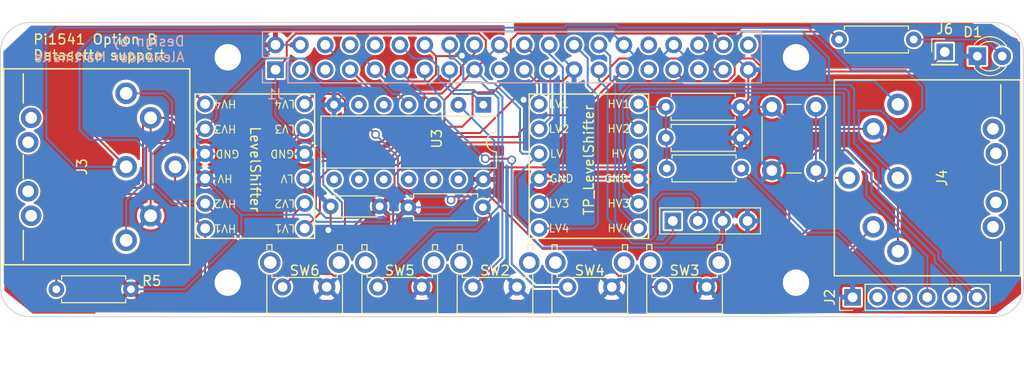
<source format=kicad_pcb>
(kicad_pcb (version 20221018) (generator pcbnew)
  (title_block (date "15 nov 2012"))
  (layers (0 "F.Cu" signal) (31 "B.Cu" signal) (34 "B.Paste" user) (35 "F.Paste" user) (36 "B.SilkS" user "B.Silkscreen") (37 "F.SilkS" user "F.Silkscreen") (38 "B.Mask" user) (39 "F.Mask" user) (44 "Edge.Cuts" user))
  (net 0 "")
  (net 1 "GND")
  (net 2 "/GPIO2{slash}SDA1")
  (net 3 "/GPIO3{slash}SCL1")
  (net 4 "/GPIO4{slash}GPCLK0")
  (net 5 "/GPIO14{slash}TXD0")
  (net 6 "/GPIO15{slash}RXD0")
  (net 7 "Net-(D1-A)")
  (net 8 "CLK_BD")
  (net 9 "/GPIO27")
  (net 10 "/GPIO22")
  (net 11 "/GPIO23")
  (net 12 "DATA_BD")
  (net 13 "ATN_IN")
  (net 14 "/GPIO10{slash}SPI0.MOSI")
  (net 15 "DATA_IN")
  (net 16 "TP_WRITE_3V")
  (net 17 "TP_SENSE_3V")
  (net 18 "I2C0_SDA")
  (net 19 "I2C0_SCL")
  (net 20 "/GPIO5")
  (net 21 "/GPIO6")
  (net 22 "/GPIO12{slash}PWM0")
  (net 23 "/GPIO13{slash}PWM1")
  (net 24 "SRQ_BD")
  (net 25 "/GPIO16")
  (net 26 "CLK_IN")
  (net 27 "RESET_IN")
  (net 28 "+5V")
  (net 29 "+3V3")
  (net 30 "SRQ_IN")
  (net 32 "TP_READ_5V")
  (net 33 "TP_WRITE_5V")
  (net 34 "TP_SENSE_5V")
  (net 35 "SRQ")
  (net 36 "ATN")
  (net 37 "CLK")
  (net 38 "DATA")
  (net 39 "RESET")
  (net 40 "TP_MOTOR_6V")
  (net 41 "TP_MOTOR_3V")
  (net 42 "TP_READ_3V")
  (net 43 "Net-(J2-Pin_3)")
  (footprint "Resistor_THT:R_Axial_DIN0207_L6.3mm_D2.5mm_P7.62mm_Horizontal" (layer "F.Cu") (at 121.931725 88.813509)
    (fp_text reference "R4" hide)
    (fp_text value "1k")
  )
  (footprint "Resistor_THT:R_Axial_DIN0207_L6.3mm_D2.5mm_P7.62mm_Horizontal" (layer "F.Cu") (at 165.898163 71.683844)
    (fp_text reference "R6" hide)
    (fp_text value "220")
  )
  (footprint "MountingHole:MountingHole_2.7mm_M2.5" (layer "F.Cu") (at 161.5 73.5)
    (fp_text reference "MH2" hide)
    (fp_text value "MountingHole_2.7mm_M2.5" hide)
  )
  (footprint "Resistor_THT:R_Axial_DIN0207_L6.3mm_D2.5mm_P7.62mm_Horizontal" (layer "F.Cu") (at 148.209999 78.55742)
    (fp_text reference "R1" hide)
    (fp_text value "1K")
  )
  (footprint "Connector_PinHeader_2.54mm:PinHeader_1x01_P2.54mm_Vertical" (layer "F.Cu") (at 176.682871 72.952633)
    (fp_text reference "J6")
    (fp_text value "ExtSpkr")
  )
  (footprint "Package_DIP:DIP-14_W7.62mm" (layer "F.Cu") (at 129.583916 78.344987 -90)
    (fp_text reference "U3")
    (fp_text value "7406")
  )
  (footprint "importedprints:Socket_Strip_Straight_1x04_Pitch2.54mm" (layer "F.Cu") (at 148.928628 90.2022 90)
    (fp_text reference "J5" hide)
    (fp_text value "I2C" hide)
  )
  (footprint "importedprints:LED_D3.0mm" (layer "F.Cu") (at 180.011021 73.38878)
    (fp_text reference "D1")
    (fp_text value "ACT")
  )
  (footprint "importedprints:SW_Tactile_SPST_Angled_PTS645Vx83-2LFS" (layer "F.Cu") (at 133.02579 96.943487 180)
    (fp_text reference "SW2")
    (fp_text value "Next_Btn")
  )
  (footprint "importedprints:DIN-6-Variable" (layer "F.Cu") (at 93.126789 84.67717 90)
    (fp_text reference "J3")
    (fp_text value "IEC1")
  )
  (footprint "importedprints:SW_Tactile_SPST_Angled_PTS645Vx83-2LFS" (layer "F.Cu") (at 123.303633 96.943487 180)
    (fp_text reference "SW5")
    (fp_text value "Prev_Btn")
  )
  (footprint "importedprints:SW_Tactile_SPST_Angled_PTS645Vx83-2LFS" (layer "F.Cu") (at 113.597456 96.943487 180)
    (fp_text reference "SW6")
    (fp_text value "Insert_Btn")
  )
  (footprint "importedprints:DIN-6-Variable" (layer "F.Cu") (at 171.903593 85.807085 -90)
    (fp_text reference "J4")
    (fp_text value "IEC2")
  )
  (footprint "MountingHole:MountingHole_2.7mm_M2.5" (layer "F.Cu") (at 103.5 96.5)
    (fp_text reference "MH3" hide)
    (fp_text value "MountingHole_2.7mm_M2.5" hide)
  )
  (footprint "MountingHole:MountingHole_2.7mm_M2.5" (layer "F.Cu") (at 103.5 73.5)
    (fp_text reference "MH1" hide)
    (fp_text value "MountingHole_2.7mm_M2.5" hide)
  )
  (footprint "importedprints:SW_Tactile_SPST_Angled_PTS645Vx83-2LFS" (layer "F.Cu") (at 142.700308 96.943487 180)
    (fp_text reference "SW4")
    (fp_text value "Select_Btn")
  )
  (footprint "Capacitor_THT:C_Disc_D4.3mm_W1.9mm_P5.00mm" (layer "F.Cu") (at 119.001414 88.718982 180)
    (fp_text reference "C1" hide)
    (fp_text value "100n")
  )
  (footprint "importedprints:LevelShifterModule4CH" (layer "F.Cu") (at 140.358937 85.885688)
    (fp_text reference "U1" hide)
    (fp_text value "TP_LevelShifter")
  )
  (footprint "importedprints:LevelShifterModule4CH" (layer "F.Cu") (at 106.265072 83.340845 180)
    (fp_text reference "U2" hide)
    (fp_text value "LevelShifter")
  )
  (footprint "MountingHole:MountingHole_2.7mm_M2.5" (layer "F.Cu") (at 161.5 96.5)
    (fp_text reference "MH4" hide)
    (fp_text value "MountingHole_2.7mm_M2.5" hide)
  )
  (footprint "Connector_PinHeader_2.54mm:PinHeader_1x06_P2.54mm_Vertical" (layer "F.Cu") (at 167.278634 97.995524 90)
    (fp_text reference "J2")
    (fp_text value "TP_PORT_C64")
  )
  (footprint "Resistor_THT:R_Axial_DIN0207_L6.3mm_D2.5mm_P7.62mm_Horizontal" (layer "F.Cu") (at 148.209999 81.724046)
    (fp_text reference "R2" hide)
    (fp_text value "4.7K")
  )
  (footprint "Resistor_THT:R_Axial_DIN0207_L6.3mm_D2.5mm_P7.62mm_Horizontal" (layer "F.Cu") (at 155.924525 84.84341 180)
    (fp_text reference "R3" hide)
    (fp_text value "220")
  )
  (footprint "importedprints:SW_Tactile_SPST_Angled_PTS645Vx83-2LFS" (layer "F.Cu") (at 152.374825 96.943487 180)
    (fp_text reference "SW3")
    (fp_text value "Exit_Btn")
  )
  (footprint "Resistor_THT:R_Axial_DIN0207_L6.3mm_D2.5mm_P7.62mm_Horizontal" (layer "F.Cu") (at 93.621139 97.179074 180)
    (fp_text reference "R5")
    (fp_text value "1k")
  )
  (footprint "Button_Switch_THT:SW_PUSH_6mm" (layer "F.Cu") (at 163.533245 78.55742 -90)
    (fp_text reference "SW1" hide)
    (fp_text value "Reset")
  )
  (footprint "Connector_PinSocket_2.54mm:PinSocket_2x20_P2.54mm_Vertical" (layer "B.Cu") (at 108.37 74.77 -90)
    (fp_text reference "J1")
    (fp_text value "GPIO")
  )
  (gr_arc (start 181.704432 69.957121) (mid 183.825742 70.835807) (end 184.704432 72.957121) (stroke (width 0.1)) (layer "Edge.Cuts"))
  (gr_line (start 184.707973 96.979054) (end 184.704432 72.957121) (stroke (width 0.1)) (layer "Edge.Cuts"))
  (gr_line (start 80.301198 72.953131) (end 80.304241 96.977867) (stroke (width 0.1)) (layer "Edge.Cuts"))
  (gr_arc (start 83.304241 99.977867) (mid 81.182944 99.099181) (end 80.304241 96.977867) (stroke (width 0.1)) (layer "Edge.Cuts"))
  (gr_line (start 83.304241 99.977867) (end 181.707973 99.979054) (stroke (width 0.1)) (layer "Edge.Cuts"))
  (gr_arc (start 184.707973 96.979054) (mid 183.829296 99.100384) (end 181.707973 99.979054) (stroke (width 0.1)) (layer "Edge.Cuts"))
  (gr_arc (start 80.301198 72.953131) (mid 81.179886 70.831824) (end 83.301198 69.953131) (stroke (width 0.1)) (layer "Edge.Cuts"))
  (gr_line (start 181.704432 69.957121) (end 83.301198 69.953131) (stroke (width 0.1)) (layer "Edge.Cuts"))
  (gr_text "Design by\nAlexander Martinelle" (at 99.187396 74.067977) (layer "B.SilkS") (effects (font (size 1 1)) (justify left bottom mirror)))
  (gr_text "Pi1541 Option B\nDatasette support" (at 83.56321 73.869196) (layer "F.SilkS") (effects (font (size 1 1)) (justify left bottom)))
  (segment (start 124.76 73.38) (end 124.76 75.246346) (width 0.2) (layer "F.Cu") (net 1))
  (segment (start 133.696137 77.340656) (end 133.696137 77.834925) (width 0.2) (layer "F.Cu") (net 1))
  (segment (start 114.001414 90.89265) (end 114.001414 88.718982) (width 0.2) (layer "F.Cu") (net 1))
  (segment (start 135.278937 85.885688) (end 145.438937 85.885688) (width 0.2) (layer "F.Cu") (net 1))
  (segment (start 113.764664 91.1294) (end 114.001414 90.89265) (width 0.2) (layer "F.Cu") (net 1))
  (segment (start 135.116793 75.92) (end 133.696137 77.340656) (width 0.2) (layer "F.Cu") (net 1))
  (segment (start 95.626789 82.929748) (end 96.311994 82.244543) (width 0.2) (layer "F.Cu") (net 1))
  (segment (start 127.354913 73.38) (end 124.76 73.38) (width 0.2) (layer "F.Cu") (net 1))
  (segment (start 124.76 75.246346) (end 124.048396 75.95795) (width 0.2) (layer "F.Cu") (net 1))
  (segment (start 156.63 77.757419) (end 155.829999 78.55742) (width 0.2) (layer "F.Cu") (net 1))
  (segment (start 114.343916 80.342001) (end 114.343916 78.344987) (width 0.2) (layer "F.Cu") (net 1))
  (segment (start 95.626789 89.67717) (end 95.626789 82.929748) (width 0.2) (layer "F.Cu") (net 1))
  (segment (start 137.7 75.92) (end 135.116793 75.92) (width 0.2) (layer "F.Cu") (net 1))
  (segment (start 138.85 74.77) (end 137.7 75.92) (width 0.2) (layer "F.Cu") (net 1))
  (segment (start 124.048396 75.95795) (end 119.71795 75.95795) (width 0.2) (layer "F.Cu") (net 1))
  (segment (start 156.63 74.77) (end 156.63 77.757419) (width 0.2) (layer "F.Cu") (net 1))
  (segment (start 169.403593 80.807085) (end 161.28291 80.807085) (width 0.2) (layer "F.Cu") (net 1))
  (segment (start 123.61 72.23) (end 124.76 73.38) (width 0.2) (layer "F.Cu") (net 1))
  (segment (start 127.400607 73.334306) (end 127.354913 73.38) (width 0.2) (layer "F.Cu") (net 1))
  (segment (start 96.311994 82.244543) (end 100.08877 82.244543) (width 0.2) (layer "F.Cu") (net 1))
  (segment (start 119.71795 75.95795) (end 118.53 74.77) (width 0.2) (layer "F.Cu") (net 1))
  (segment (start 111.345072 83.340845) (end 114.343916 80.342001) (width 0.2) (layer "F.Cu") (net 1))
  (segment (start 100.08877 82.244543) (end 101.185072 83.340845) (width 0.2) (layer "F.Cu") (net 1))
  (segment (start 161.28291 80.807085) (end 159.033245 78.55742) (width 0.2) (layer "F.Cu") (net 1))
  (via (at 113.764664 91.1294) (size 0.9) (drill 0.6) (layers "F.Cu" "B.Cu") (net 1))
  (via (at 133.696137 77.834925) (size 0.9) (drill 0.6) (layers "F.Cu" "B.Cu") (net 1))
  (via (at 127.400607 73.334306) (size 0.9) (drill 0.6) (layers "F.Cu" "B.Cu") (net 1))
  (segment (start 167.278634 97.995524) (end 153.426862 97.995524) (width 0.2) (layer "B.Cu") (net 1))
  (segment (start 135.740766 89.590205) (end 133.923216 89.590205) (width 0.2) (layer "B.Cu") (net 1))
  (segment (start 118.323916 77.889352) (end 118.323916 78.800622) (width 0.2) (layer "B.Cu") (net 1))
  (segment (start 155.829999 81.724046) (end 155.829999 78.55742) (width 0.2) (layer "B.Cu") (net 1))
  (segment (start 129.84 73.62) (end 127.686301 73.62) (width 0.2) (layer "B.Cu") (net 1))
  (segment (start 159.033245 85.05742) (end 155.829999 81.854174) (width 0.2) (layer "B.Cu") (net 1))
  (segment (start 115.443916 77.244987) (end 117.679551 77.244987) (width 0.2) (layer "B.Cu") (net 1))
  (segment (start 155.48 73.62) (end 156.63 74.77) (width 0.2) (layer "B.Cu") (net 1))
  (segment (start 123.303633 96.943487) (end 124.478633 98.118487) (width 0.2) (layer "B.Cu") (net 1))
  (segment (start 170.44271 81.846202) (end 178.563571 81.846202) (width 0.2) (layer "B.Cu") (net 1))
  (segment (start 114.001414 88.718982) (end 112.495072 87.21264) (width 0.2) (layer "B.Cu") (net 1))
  (segment (start 131.23 72.23) (end 132.62 73.62) (width 0.2) (layer "B.Cu") (net 1))
  (segment (start 147.62 73.62) (end 149.01 72.23) (width 0.2) (layer "B.Cu") (net 1))
  (segment (start 169.403593 80.807085) (end 170.44271 81.846202) (width 0.2) (layer "B.Cu") (net 1))
  (segment (start 118.323916 78.800622) (end 118.968281 79.444987) (width 0.2) (layer "B.Cu") (net 1))
  (segment (start 149.01 72.23) (end 150.4 73.62) (width 0.2) (layer "B.Cu") (net 1))
  (segment (start 131.23 72.23) (end 129.84 73.62) (width 0.2) (layer "B.Cu") (net 1))
  (segment (start 118.53 74.77) (end 117.38 73.62) (width 0.2) (layer "B.Cu") (net 1))
  (segment (start 143.875308 98.118487) (end 151.199825 98.118487) (width 0.2) (layer "B.Cu") (net 1))
  (segment (start 120.470845 76.710845) (end 118.53 74.77) (width 0.2) (layer "B.Cu") (net 1))
  (segment (start 142.700308 96.943487) (end 143.875308 98.118487) (width 0.2) (layer "B.Cu") (net 1))
  (segment (start 143.93 72.23) (end 145.32 73.62) (width 0.2) (layer "B.Cu") (net 1))
  (segment (start 118.968281 79.444987) (end 122.46205 79.444987) (width 0.2) (layer "B.Cu") (net 1))
  (segment (start 155.829999 81.854174) (end 155.829999 81.724046) (width 0.2) (layer "B.Cu") (net 1))
  (segment (start 112.722457 92.171607) (end 113.764664 91.1294) (width 0.2) (layer "B.Cu") (net 1))
  (segment (start 141.519459 98.124336) (end 142.700308 96.943487) (width 0.2) (layer "B.Cu") (net 1))
  (segment (start 113.597456 96.943487) (end 112.722457 96.068488) (width 0.2) (layer "B.Cu") (net 1))
  (segment (start 132.92579 96.843487) (end 133.02579 96.943487) (width 0.2) (layer "B.Cu") (net 1))
  (segment (start 138.85 86.480971) (end 135.740766 89.590205) (width 0.2) (layer "B.Cu") (net 1))
  (segment (start 138.85 74.77) (end 138.85 86.480971) (width 0.2) (layer "B.Cu") (net 1))
  (segment (start 112.722457 96.068488) (end 112.722457 92.171607) (width 0.2) (layer "B.Cu") (net 1))
  (segment (start 133.8172 87.347425) (end 135.278937 85.885688) (width 0.2) (layer "B.Cu") (net 1))
  (segment (start 114.772456 98.118487) (end 122.128633 98.118487) (width 0.2) (layer "B.Cu") (net 1))
  (segment (start 112.495072 84.490845) (end 111.345072 83.340845) (width 0.2) (layer "B.Cu") (net 1))
  (segment (start 145.496659 85.94341) (end 145.438937 85.885688) (width 0.2) (layer "B.Cu") (net 1))
  (segment (start 155.829999 78.55742) (end 159.033245 78.55742) (width 0.2) (layer "B.Cu") (net 1))
  (segment (start 131.85079 98.118487) (end 133.02579 96.943487) (width 0.2) (layer "B.Cu") (net 1))
  (segment (start 137.7 71.753654) (end 138.456013 70.997641) (width 0.2) (layer "B.Cu") (net 1))
  (segment (start 150.4 73.62) (end 155.48 73.62) (width 0.2) (layer "B.Cu") (net 1))
  (segment (start 113.597456 96.943487) (end 114.772456 98.118487) (width 0.2) (layer "B.Cu") (net 1))
  (segment (start 124.478633 98.118487) (end 131.85079 98.118487) (width 0.2) (layer "B.Cu") (net 1))
  (segment (start 122.46205 79.444987) (end 123.066039 78.840998) (width 0.2) (layer "B.Cu") (net 1))
  (segment (start 132.62 76.758789) (end 133.696137 77.834925) (width 0.2) (layer "B.Cu") (net 1))
  (segment (start 117.679551 77.244987) (end 118.323916 77.889352) (width 0.2) (layer "B.Cu") (net 1))
  (segment (start 178.563571 81.846202) (end 180.011021 80.398752) (width 0.2) (layer "B.Cu") (net 1))
  (segment (start 155.829999 81.724046) (end 151.610635 85.94341) (width 0.2) (layer "B.Cu") (net 1))
  (segment (start 123.066039 77.891475) (end 121.885409 76.710845) (width 0.2) (layer "B.Cu") (net 1))
  (segment (start 133.02579 96.943487) (end 134.206639 98.124336) (width 0.2) (layer "B.Cu") (net 1))
  (segment (start 114.343916 78.344987) (end 115.443916 77.244987) (width 0.2) (layer "B.Cu") (net 1))
  (segment (start 142.697641 70.997641) (end 143.93 72.23) (width 0.2) (layer "B.Cu") (net 1))
  (segment (start 132.62 73.62) (end 132.62 76.758789) (width 0.2) (layer "B.Cu") (net 1))
  (segment (start 151.610635 85.94341) (end 145.496659 85.94341) (width 0.2) (layer "B.Cu") (net 1))
  (segment (start 133.923216 89.590205) (end 133.8172 89.484189) (width 0.2) (layer "B.Cu") (net 1))
  (segment (start 114.84 73.62) (end 113.45 72.23) (width 0.2) (layer "B.Cu") (net 1))
  (segment (start 137.7 73.62) (end 137.7 71.753654) (width 0.2) (layer "B.Cu") (net 1))
  (segment (start 153.426862 97.995524) (end 152.374825 96.943487) (width 0.2) (layer "B.Cu") (net 1))
  (segment (start 123.066039 78.840998) (end 123.066039 77.891475) (width 0.2) (layer "B.Cu") (net 1))
  (segment (start 180.011021 80.398752) (end 180.011021 73.38878) (width 0.2) (layer "B.Cu") (net 1))
  (segment (start 122.128633 98.118487) (end 123.303633 96.943487) (width 0.2) (layer "B.Cu") (net 1))
  (segment (start 145.32 73.62) (end 147.62 73.62) (width 0.2) (layer "B.Cu") (net 1))
  (segment (start 101.185072 83.340845) (end 111.345072 83.340845) (width 0.2) (layer "B.Cu") (net 1))
  (segment (start 138.456013 70.997641) (end 142.697641 70.997641) (width 0.2) (layer "B.Cu") (net 1))
  (segment (start 151.199825 98.118487) (end 152.374825 96.943487) (width 0.2) (layer "B.Cu") (net 1))
  (segment (start 138.85 74.77) (end 137.7 73.62) (width 0.2) (layer "B.Cu") (net 1))
  (segment (start 133.8172 89.484189) (end 133.8172 87.347425) (width 0.2) (layer "B.Cu") (net 1))
  (segment (start 117.38 73.62) (end 114.84 73.62) (width 0.2) (layer "B.Cu") (net 1))
  (segment (start 121.885409 76.710845) (end 120.470845 76.710845) (width 0.2) (layer "B.Cu") (net 1))
  (segment (start 127.686301 73.62) (end 127.400607 73.334306) (width 0.2) (layer "B.Cu") (net 1))
  (segment (start 159.043889 85.068064) (end 159.033245 85.05742) (width 0.2) (layer "B.Cu") (net 1))
  (segment (start 134.206639 98.124336) (end 141.519459 98.124336) (width 0.2) (layer "B.Cu") (net 1))
  (segment (start 112.495072 87.21264) (end 112.495072 84.490845) (width 0.2) (layer "B.Cu") (net 1))
  (segment (start 126.289381 88.064009) (end 126.639881 87.713509) (width 0.2) (layer "F.Cu") (net 4))
  (segment (start 115.99 74.77) (end 117.983916 76.763916) (width 0.2) (layer "F.Cu") (net 4))
  (segment (start 126.639881 87.713509) (end 130.293795 87.713509) (width 0.2) (layer "F.Cu") (net 4))
  (segment (start 135.62579 93.045504) (end 140.633136 93.045504) (width 0.2) (layer "F.Cu") (net 4))
  (segment (start 140.633136 93.045504) (end 144.531119 96.943487) (width 0.2) (layer "F.Cu") (net 4))
  (segment (start 144.531119 96.943487) (end 147.874825 96.943487) (width 0.2) (layer "F.Cu") (net 4))
  (segment (start 117.983916 80.776436) (end 118.585499 81.378019) (width 0.2) (layer "F.Cu") (net 4))
  (segment (start 130.293795 87.713509) (end 135.62579 93.045504) (width 0.2) (layer "F.Cu") (net 4))
  (segment (start 117.983916 76.763916) (end 117.983916 80.776436) (width 0.2) (layer "F.Cu") (net 4))
  (via (at 118.585499 81.378019) (size 0.9) (drill 0.6) (layers "F.Cu" "B.Cu") (net 4))
  (via (at 126.289381 88.064009) (size 0.9) (drill 0.6) (layers "F.Cu" "B.Cu") (net 4))
  (segment (start 120.863916 86.420622) (end 122.156803 87.713509) (width 0.2) (layer "B.Cu") (net 4))
  (segment (start 120.863916 83.656436) (end 120.863916 86.420622) (width 0.2) (layer "B.Cu") (net 4))
  (segment (start 122.156803 87.713509) (end 125.938881 87.713509) (width 0.2) (layer "B.Cu") (net 4))
  (segment (start 125.938881 87.713509) (end 126.289381 88.064009) (width 0.2) (layer "B.Cu") (net 4))
  (segment (start 118.585499 81.378019) (end 120.863916 83.656436) (width 0.2) (layer "B.Cu") (net 4))
  (segment (start 180.846085 71.683844) (end 173.518163 71.683844) (width 0.2) (layer "B.Cu") (net 7))
  (segment (start 182.551021 73.38878) (end 180.846085 71.683844) (width 0.2) (layer "B.Cu") (net 7))
  (segment (start 121.07 74.911071) (end 121.07 74.77) (width 0.2) (layer "B.Cu") (net 8))
  (segment (start 124.503916 78.344987) (end 121.07 74.911071) (width 0.2) (layer "B.Cu") (net 8))
  (segment (start 132.345542 83.850885) (end 132.480845 83.986188) (width 0.2) (layer "F.Cu") (net 9))
  (segment (start 129.786849 83.850885) (end 132.345542 83.850885) (width 0.2) (layer "F.Cu") (net 9))
  (via (at 132.480845 83.986188) (size 0.9) (drill 0.6) (layers "F.Cu" "B.Cu") (net 9))
  (via (at 129.786849 83.850885) (size 0.9) (drill 0.6) (layers "F.Cu" "B.Cu") (net 9))
  (segment (start 125.603916 79.667952) (end 129.786849 83.850885) (width 0.2) (layer "B.Cu") (net 9))
  (segment (start 134.856601 96.943487) (end 138.200308 96.943487) (width 0.2) (layer "B.Cu") (net 9))
  (segment (start 125.603916 77.889352) (end 125.603916 79.667952) (width 0.2) (layer "B.Cu") (net 9))
  (segment (start 132.480845 94.567731) (end 134.856601 96.943487) (width 0.2) (layer "B.Cu") (net 9))
  (segment (start 123.61 74.77) (end 123.61 75.895436) (width 0.2) (layer "B.Cu") (net 9))
  (segment (start 132.480845 83.986188) (end 132.480845 94.567731) (width 0.2) (layer "B.Cu") (net 9))
  (segment (start 123.61 75.895436) (end 125.603916 77.889352) (width 0.2) (layer "B.Cu") (net 9))
  (segment (start 130.683916 77.244987) (end 131.129121 77.690192) (width 0.2) (layer "B.Cu") (net 10))
  (segment (start 131.129121 88.791748) (end 128.838732 91.082137) (width 0.2) (layer "B.Cu") (net 10))
  (segment (start 126.700867 76.844987) (end 128.649602 76.844987) (width 0.2) (layer "B.Cu") (net 10))
  (segment (start 124.664983 91.082137) (end 118.803633 96.943487) (width 0.2) (layer "B.Cu") (net 10))
  (segment (start 128.838732 91.082137) (end 124.664983 91.082137) (width 0.2) (layer "B.Cu") (net 10))
  (segment (start 131.129121 77.690192) (end 131.129121 88.791748) (width 0.2) (layer "B.Cu") (net 10))
  (segment (start 129.049602 77.244987) (end 130.683916 77.244987) (width 0.2) (layer "B.Cu") (net 10))
  (segment (start 126.15 74.77) (end 126.15 76.29412) (width 0.2) (layer "B.Cu") (net 10))
  (segment (start 126.15 76.29412) (end 126.700867 76.844987) (width 0.2) (layer "B.Cu") (net 10))
  (segment (start 128.649602 76.844987) (end 129.049602 77.244987) (width 0.2) (layer "B.Cu") (net 10))
  (segment (start 127.54 74.533654) (end 127.54 76.064755) (width 0.2) (layer "B.Cu") (net 11))
  (segment (start 127.54 76.064755) (end 129.37084 76.064755) (width 0.2) (layer "B.Cu") (net 11))
  (segment (start 130.849602 76.844987) (end 131.529121 77.524507) (width 0.2) (layer "B.Cu") (net 11))
  (segment (start 126.194855 73.62) (end 126.626346 73.62) (width 0.2) (layer "B.Cu") (net 11))
  (segment (start 126.626346 73.62) (end 127.54 74.533654) (width 0.2) (layer "B.Cu") (net 11))
  (segment (start 131.529121 77.524507) (end 131.529121 93.940156) (width 0.2) (layer "B.Cu") (net 11))
  (segment (start 130.151072 76.844987) (end 130.849602 76.844987) (width 0.2) (layer "B.Cu") (net 11))
  (segment (start 126.15 73.575145) (end 126.194855 73.62) (width 0.2) (layer "B.Cu") (net 11))
  (segment (start 131.529121 93.940156) (end 128.52579 96.943487) (width 0.2) (layer "B.Cu") (net 11))
  (segment (start 129.37084 76.064755) (end 130.151072 76.844987) (width 0.2) (layer "B.Cu") (net 11))
  (segment (start 126.15 72.23) (end 126.15 73.575145) (width 0.2) (layer "B.Cu") (net 11))
  (segment (start 125 75.709805) (end 126.535182 77.244987) (width 0.2) (layer "B.Cu") (net 12))
  (segment (start 125 74.492795) (end 125 75.709805) (width 0.2) (layer "B.Cu") (net 12))
  (segment (start 128.483916 77.244987) (end 129.583916 78.344987) (width 0.2) (layer "B.Cu") (net 12))
  (segment (start 124.127205 73.62) (end 125 74.492795) (width 0.2) (layer "B.Cu") (net 12))
  (segment (start 126.535182 77.244987) (end 128.483916 77.244987) (width 0.2) (layer "B.Cu") (net 12))
  (segment (start 121.07 72.23) (end 122.46 73.62) (width 0.2) (layer "B.Cu") (net 12))
  (segment (start 122.46 73.62) (end 124.127205 73.62) (width 0.2) (layer "B.Cu") (net 12))
  (segment (start 127.3 75.267211) (end 125.36227 77.204941) (width 0.2) (layer "F.Cu") (net 13))
  (segment (start 127.3 74.495574) (end 127.3 75.267211) (width 0.2) (layer "F.Cu") (net 13))
  (segment (start 119.221814 82.127519) (end 116.483498 82.127519) (width 0.2) (layer "F.Cu") (net 13))
  (segment (start 115.466135 81.110156) (end 115.466135 77.908797) (width 0.2) (layer "F.Cu") (net 13))
  (segment (start 125.36227 77.204941) (end 121.53396 77.204941) (width 0.2) (layer "F.Cu") (net 13))
  (segment (start 114.802325 77.244987) (end 112.36093 77.244987) (width 0.2) (layer "F.Cu") (net 13))
  (segment (start 121.53396 77.204941) (end 120.854127 77.884775) (width 0.2) (layer "F.Cu") (net 13))
  (segment (start 116.483498 82.127519) (end 115.466135 81.110156) (width 0.2) (layer "F.Cu") (net 13))
  (segment (start 112.36093 77.244987) (end 111.345072 78.260845) (width 0.2) (layer "F.Cu") (net 13))
  (segment (start 115.466135 77.908797) (end 114.802325 77.244987) (width 0.2) (layer "F.Cu") (net 13))
  (segment (start 120.854127 77.884775) (end 120.854127 80.495206) (width 0.2) (layer "F.Cu") (net 13))
  (segment (start 120.854127 80.495206) (end 119.221814 82.127519) (width 0.2) (layer "F.Cu") (net 13))
  (segment (start 128.69 73.105574) (end 127.3 74.495574) (width 0.2) (layer "F.Cu") (net 13))
  (segment (start 128.69 72.23) (end 128.69 73.105574) (width 0.2) (layer "F.Cu") (net 13))
  (segment (start 120.428759 84.0872) (end 118.254658 84.0872) (width 0.2) (layer "F.Cu") (net 15))
  (segment (start 117.621007 84.720851) (end 116.572417 84.720851) (width 0.2) (layer "F.Cu") (net 15))
  (segment (start 123.286439 81.22952) (end 120.428759 84.0872) (width 0.2) (layer "F.Cu") (net 15))
  (segment (start 110.195072 89.570845) (end 110.195072 91.437191) (width 0.2) (layer "F.Cu") (net 15))
  (segment (start 110.195072 91.437191) (end 110.903436 92.145555) (width 0.2) (layer "F.Cu") (net 15))
  (segment (start 114.402716 92.145555) (end 115.466135 91.082136) (width 0.2) (layer "F.Cu") (net 15))
  (segment (start 115.466135 85.827133) (end 115.466135 91.082136) (width 0.2) (layer "F.Cu") (net 15))
  (segment (start 111.345072 88.420845) (end 110.195072 89.570845) (width 0.2) (layer "F.Cu") (net 15))
  (segment (start 134.92 75.551107) (end 129.241587 81.22952) (width 0.2) (layer "F.Cu") (net 15))
  (segment (start 133.77 72.23) (end 134.92 73.38) (width 0.2) (layer "F.Cu") (net 15))
  (segment (start 116.572417 84.720851) (end 115.466135 85.827133) (width 0.2) (layer "F.Cu") (net 15))
  (segment (start 118.254658 84.0872) (end 117.621007 84.720851) (width 0.2) (layer "F.Cu") (net 15))
  (segment (start 129.241587 81.22952) (end 123.286439 81.22952) (width 0.2) (layer "F.Cu") (net 15))
  (segment (start 110.903436 92.145555) (end 114.402716 92.145555) (width 0.2) (layer "F.Cu") (net 15))
  (segment (start 134.92 73.38) (end 134.92 75.551107) (width 0.2) (layer "F.Cu") (net 15))
  (segment (start 137.7 74.533654) (end 137.7 86.004625) (width 0.2) (layer "B.Cu") (net 16))
  (segment (start 136.31 73.143654) (end 137.7 74.533654) (width 0.2) (layer "B.Cu") (net 16))
  (segment (start 136.31 72.23) (end 136.31 73.143654) (width 0.2) (layer "B.Cu") (net 16))
  (segment (start 137.7 86.004625) (end 135.278937 88.425688) (width 0.2) (layer "B.Cu") (net 16))
  (segment (start 140.822894 90.965688) (end 135.278937 90.965688) (width 0.2) (layer "B.Cu") (net 17))
  (segment (start 141.292797 77.415995) (end 141.292797 90.495785) (width 0.2) (layer "B.Cu") (net 17))
  (segment (start 140.24 73.62) (end 140.24 76.363198) (width 0.2) (layer "B.Cu") (net 17))
  (segment (start 140.24 76.363198) (end 141.292797 77.415995) (width 0.2) (layer "B.Cu") (net 17))
  (segment (start 141.292797 90.495785) (end 140.822894 90.965688) (width 0.2) (layer "B.Cu") (net 17))
  (segment (start 138.85 72.23) (end 140.24 73.62) (width 0.2) (layer "B.Cu") (net 17))
  (segment (start 148.038249 92.515688) (end 144.78497 92.515688) (width 0.2) (layer "B.Cu") (net 18))
  (segment (start 148.928628 90.2022) (end 148.928628 91.625309) (width 0.2) (layer "B.Cu") (net 18))
  (segment (start 144.78497 92.515688) (end 142.270604 90.001322) (width 0.2) (layer "B.Cu") (net 18))
  (segment (start 142.270604 90.001322) (end 142.270604 76.73779) (width 0.2) (layer "B.Cu") (net 18))
  (segment (start 142.270604 76.73779) (end 141.39 75.857186) (width 0.2) (layer "B.Cu") (net 18))
  (segment (start 141.39 75.857186) (end 141.39 74.77) (width 0.2) (layer "B.Cu") (net 18))
  (segment (start 148.928628 91.625309) (end 148.038249 92.515688) (width 0.2) (layer "B.Cu") (net 18))
  (segment (start 147.869757 87.430656) (end 147.16653 88.133883) (width 0.2) (layer "B.Cu") (net 19))
  (segment (start 143.04289 76.295418) (end 142.54 75.792528) (width 0.2) (layer "B.Cu") (net 19))
  (segment (start 142.54 75.792528) (end 142.54 73.38) (width 0.2) (layer "B.Cu") (net 19))
  (segment (start 151.468628 88.092517) (end 150.806767 87.430656) (width 0.2) (layer "B.Cu") (net 19))
  (segment (start 147.16653 88.133883) (end 147.16653 91.650021) (width 0.2) (layer "B.Cu") (net 19))
  (segment (start 142.54 73.38) (end 141.39 72.23) (width 0.2) (layer "B.Cu") (net 19))
  (segment (start 143.04289 90.195987) (end 143.04289 76.295418) (width 0.2) (layer "B.Cu") (net 19))
  (segment (start 144.962591 92.115688) (end 143.04289 90.195987) (width 0.2) (layer "B.Cu") (net 19))
  (segment (start 147.16653 91.650021) (end 146.700863 92.115688) (width 0.2) (layer "B.Cu") (net 19))
  (segment (start 146.700863 92.115688) (end 144.962591 92.115688) (width 0.2) (layer "B.Cu") (net 19))
  (segment (start 150.806767 87.430656) (end 147.869757 87.430656) (width 0.2) (layer "B.Cu") (net 19))
  (segment (start 151.468628 90.2022) (end 151.468628 88.092517) (width 0.2) (layer "B.Cu") (net 19))
  (segment (start 110.421551 95.619392) (end 114.104172 95.619392) (width 0.2) (layer "F.Cu") (net 20))
  (segment (start 118.102822 95.803487) (end 120.381496 93.524813) (width 0.2) (layer "F.Cu") (net 20))
  (segment (start 136.504312 82.195688) (end 123.83758 82.195688) (width 0.2) (layer "F.Cu") (net 20))
  (segment (start 120.381496 88.483298) (end 120.523916 88.340878) (width 0.2) (layer "F.Cu") (net 20))
  (segment (start 120.523916 85.509352) (end 120.523916 88.340878) (width 0.2) (layer "F.Cu") (net 20))
  (segment (start 114.288267 95.803487) (end 118.102822 95.803487) (width 0.2) (layer "F.Cu") (net 20))
  (segment (start 123.83758 82.195688) (end 120.523916 85.509352) (width 0.2) (layer "F.Cu") (net 20))
  (segment (start 109.097456 96.943487) (end 110.421551 95.619392) (width 0.2) (layer "F.Cu") (net 20))
  (segment (start 114.104172 95.619392) (end 114.288267 95.803487) (width 0.2) (layer "F.Cu") (net 20))
  (segment (start 120.381496 93.524813) (end 120.381496 88.483298) (width 0.2) (layer "F.Cu") (net 20))
  (segment (start 143.93 74.77) (end 136.504312 82.195688) (width 0.2) (layer "F.Cu") (net 20))
  (segment (start 155.24 75.246346) (end 154.566346 75.92) (width 0.2) (layer "F.Cu") (net 23))
  (segment (start 150.16 75.92) (end 149.01 74.77) (width 0.2) (layer "F.Cu") (net 23))
  (segment (start 157.106346 73.62) (end 155.913654 73.62) (width 0.2) (layer "F.Cu") (net 23))
  (segment (start 174.685504 74.95) (end 158.436346 74.95) (width 0.2) (layer "F.Cu") (net 23))
  (segment (start 155.24 74.293654) (end 155.24 75.246346) (width 0.2) (layer "F.Cu") (net 23))
  (segment (start 154.566346 75.92) (end 150.16 75.92) (width 0.2) (layer "F.Cu") (net 23))
  (segment (start 155.913654 73.62) (end 155.24 74.293654) (width 0.2) (layer "F.Cu") (net 23))
  (segment (start 158.436346 74.95) (end 157.106346 73.62) (width 0.2) (layer "F.Cu") (net 23))
  (segment (start 176.682871 72.952633) (end 174.685504 74.95) (width 0.2) (layer "F.Cu") (net 23))
  (segment (start 155.24 72.706346) (end 154.566346 73.38) (width 0.2) (layer "F.Cu") (net 25))
  (segment (start 156.082077 70.883845) (end 155.24 71.725922) (width 0.2) (layer "F.Cu") (net 25))
  (segment (start 165.898163 71.683844) (end 165.098164 70.883845) (width 0.2) (layer "F.Cu") (net 25))
  (segment (start 154.566346 73.38) (end 152.7 73.38) (width 0.2) (layer "F.Cu") (net 25))
  (segment (start 165.098164 70.883845) (end 156.082077 70.883845) (width 0.2) (layer "F.Cu") (net 25))
  (segment (start 155.24 71.725922) (end 155.24 72.706346) (width 0.2) (layer "F.Cu") (net 25))
  (segment (start 152.7 73.38) (end 151.55 72.23) (width 0.2) (layer "F.Cu") (net 25))
  (segment (start 117.225867 89.889561) (end 117.225867 87.879245) (width 0.2) (layer "F.Cu") (net 26))
  (segment (start 111.345072 80.800845) (end 109.489092 82.656825) (width 0.2) (layer "F.Cu") (net 26))
  (segment (start 109.489092 82.656825) (end 109.489092 91.296897) (width 0.2) (layer "F.Cu") (net 26))
  (segment (start 118.323916 85.509352) (end 119.3207 84.512568) (width 0.2) (layer "F.Cu") (net 26))
  (segment (start 119.3207 84.512568) (end 120.854127 84.512568) (width 0.2) (layer "F.Cu") (net 26))
  (segment (start 153.176346 74.77) (end 152.026346 73.62) (width 0.2) (layer "F.Cu") (net 26))
  (segment (start 120.854127 84.512568) (end 123.737175 81.62952) (width 0.2) (layer "F.Cu") (net 26))
  (segment (start 133.237054 81.221225) (end 135.042591 79.415688) (width 0.2) (layer "F.Cu") (net 26))
  (segment (start 123.737175 81.62952) (end 133.237054 81.62952) (width 0.2) (layer "F.Cu") (net 26))
  (segment (start 152.026346 73.62) (end 143.442195 73.62) (width 0.2) (layer "F.Cu") (net 26))
  (segment (start 135.042591 79.415688) (end 138.370657 79.415688) (width 0.2) (layer "F.Cu") (net 26))
  (segment (start 142.54 75.246346) (end 142.54 74.522196) (width 0.2) (layer "F.Cu") (net 26))
  (segment (start 133.237054 81.62952) (end 133.237054 81.221225) (width 0.2) (layer "F.Cu") (net 26))
  (segment (start 117.225867 87.879245) (end 118.323916 86.781196) (width 0.2) (layer "F.Cu") (net 26))
  (segment (start 109.489092 91.296897) (end 110.739487 92.547292) (width 0.2) (layer "F.Cu") (net 26))
  (segment (start 154.09 74.77) (end 153.176346 74.77) (width 0.2) (layer "F.Cu") (net 26))
  (segment (start 142.54 74.522196) (end 143.442196 73.62) (width 0.2) (layer "F.Cu") (net 26))
  (segment (start 114.568136 92.547292) (end 117.225867 89.889561) (width 0.2) (layer "F.Cu") (net 26))
  (segment (start 110.739487 92.547292) (end 114.568136 92.547292) (width 0.2) (layer "F.Cu") (net 26))
  (segment (start 138.370657 79.415688) (end 142.54 75.246346) (width 0.2) (layer "F.Cu") (net 26))
  (segment (start 118.323916 86.781196) (end 118.323916 85.509352) (width 0.2) (layer "F.Cu") (net 26))
  (segment (start 130.590322 77.071831) (end 128.483916 77.071831) (width 0.2) (layer "F.Cu") (net 27))
  (segment (start 128.483916 79.529511) (end 127.423695 80.589732) (width 0.2) (layer "F.Cu") (net 27))
  (segment (start 117.113013 83.614569) (end 116.191382 84.5362) (width 0.2) (layer "F.Cu") (net 27))
  (segment (start 123.263073 80.589732) (end 120.238236 83.614569) (width 0.2) (layer "F.Cu") (net 27))
  (segment (start 112.901414 85.851854) (end 112.901414 89.404503) (width 0.2) (layer "F.Cu") (net 27))
  (segment (start 128.483916 77.071831) (end 128.483916 79.529511) (width 0.2) (layer "F.Cu") (net 27))
  (segment (start 154.09 72.23) (end 152.94 71.08) (width 0.2) (layer "F.Cu") (net 27))
  (segment (start 132.38 71.753654) (end 132.38 75.282153) (width 0.2) (layer "F.Cu") (net 27))
  (segment (start 116.191382 84.5362) (end 114.217068 84.5362) (width 0.2) (layer "F.Cu") (net 27))
  (segment (start 132.38 75.282153) (end 130.590322 77.071831) (width 0.2) (layer "F.Cu") (net 27))
  (segment (start 127.423695 80.589732) (end 123.263073 80.589732) (width 0.2) (layer "F.Cu") (net 27))
  (segment (start 114.217068 84.5362) (end 112.901414 85.851854) (width 0.2) (layer "F.Cu") (net 27))
  (segment (start 152.94 71.08) (end 133.053654 71.08) (width 0.2) (layer "F.Cu") (net 27))
  (segment (start 133.053654 71.08) (end 132.38 71.753654) (width 0.2) (layer "F.Cu") (net 27))
  (segment (start 112.901414 89.404503) (end 111.345072 90.960845) (width 0.2) (layer "F.Cu") (net 27))
  (segment (start 120.238236 83.614569) (end 117.113013 83.614569) (width 0.2) (layer "F.Cu") (net 27))
  (segment (start 129.583916 85.964987) (end 130.813215 84.735688) (width 0.2) (layer "F.Cu") (net 28))
  (segment (start 102.542034 85.880845) (end 105.918993 82.503886) (width 0.2) (layer "F.Cu") (net 28))
  (segment (start 144.048937 84.735688) (end 145.438937 83.345688) (width 0.2) (layer "F.Cu") (net 28))
  (segment (start 130.813215 84.735688) (end 144.048937 84.735688) (width 0.2) (layer "F.Cu") (net 28))
  (segment (start 108.37 72.23) (end 106.155308 74.444692) (width 0.2) (layer "F.Cu") (net 28))
  (segment (start 106.202571 74.491955) (end 105.918993 74.775533) (width 0.2) (layer "F.Cu") (net 28))
  (segment (start 105.918993 74.775533) (end 105.918993 82.503886) (width 0.2) (layer "F.Cu") (net 28))
  (segment (start 106.155308 74.444692) (end 106.202571 74.491955) (width 0.2) (layer "F.Cu") (net 28))
  (segment (start 101.185072 85.880845) (end 102.542034 85.880845) (width 0.2) (layer "F.Cu") (net 28))
  (segment (start 108.37 72.23) (end 110.91 72.23) (width 0.2) (layer "B.Cu") (net 28))
  (segment (start 119.001414 88.718982) (end 119.801413 89.518981) (width 0.2) (layer "B.Cu") (net 28))
  (segment (start 104.875071 89.570845) (end 104.848216 89.54399) (width 0.2) (layer "B.Cu") (net 28))
  (segment (start 104.848216 89.54399) (end 101.185072 85.880845) (width 0.2) (layer "B.Cu") (net 28))
  (segment (start 99.132014 97.179074) (end 104.875072 91.436016) (width 0.2) (layer "B.Cu") (net 28))
  (segment (start 120.452982 90.292252) (end 112.571469 90.292252) (width 0.2) (layer "B.Cu") (net 28))
  (segment (start 126.029922 89.518981) (end 129.583916 85.964987) (width 0.2) (layer "B.Cu") (net 28))
  (segment (start 104.875072 89.570845) (end 104.848216 89.54399) (width 0.2) (layer "B.Cu") (net 28))
  (segment (start 111.850062 89.570845) (end 104.875071 89.570845) (width 0.2) (layer "B.Cu") (net 28))
  (segment (start 93.621139 97.179074) (end 99.132014 97.179074) (width 0.2) (layer "B.Cu") (net 28))
  (segment (start 119.801413 89.518981) (end 126.029922 89.518981) (width 0.2) (layer "B.Cu") (net 28))
  (segment (start 129.583916 85.964987) (end 126.735394 88.813509) (width 0.2) (layer "B.Cu") (net 28))
  (segment (start 121.931725 88.813509) (end 120.452982 90.292252) (width 0.2) (layer "B.Cu") (net 28))
  (segment (start 112.571469 90.292252) (end 111.850062 89.570845) (width 0.2) (layer "B.Cu") (net 28))
  (segment (start 104.875072 91.436016) (end 104.875072 89.570845) (width 0.2) (layer "B.Cu") (net 28))
  (segment (start 126.735394 88.813509) (end 121.931725 88.813509) (width 0.2) (layer "B.Cu") (net 28))
  (segment (start 129.166346 71.08) (end 110.433654 71.08) (width 0.2) (layer "F.Cu") (net 29))
  (segment (start 113.154045 84.071872) (end 111.345072 85.880845) (width 0.2) (layer "F.Cu") (net 29))
  (segment (start 120.039079 83.047412) (end 117.114484 83.047412) (width 0.2) (layer "F.Cu") (net 29))
  (segment (start 110.433654 71.08) (end 109.52 71.993654) (width 0.2) (layer "F.Cu") (net 29))
  (segment (start 125.603916 80.09362) (end 122.99287 80.09362) (width 0.2) (layer "F.Cu") (net 29))
  (segment (start 109.52 71.993654) (end 109.52 73.62) (width 0.2) (layer "F.Cu") (net 29))
  (segment (start 117.114484 83.047412) (end 116.090024 84.071872) (width 0.2) (layer "F.Cu") (net 29))
  (segment (start 122.99287 80.09362) (end 120.039079 83.047412) (width 0.2) (layer "F.Cu") (net 29))
  (segment (start 128.69 74.77) (end 125.603916 77.856084) (width 0.2) (layer "F.Cu") (net 29))
  (segment (start 116.090024 84.071872) (end 113.154045 84.071872) (width 0.2) (layer "F.Cu") (net 29))
  (segment (start 109.52 73.62) (end 108.37 74.77) (width 0.2) (layer "F.Cu") (net 29))
  (segment (start 129.84 71.753654) (end 129.166346 71.08) (width 0.2) (layer "F.Cu") (net 29))
  (segment (start 128.69 74.77) (end 129.84 73.62) (width 0.2) (layer "F.Cu") (net 29))
  (segment (start 125.603916 77.856084) (end 125.603916 80.09362) (width 0.2) (layer "F.Cu") (net 29))
  (segment (start 129.84 73.62) (end 129.84 71.753654) (width 0.2) (layer "F.Cu") (net 29))
  (segment (start 135.562142 92.915688) (end 134.128937 91.482483) (width 0.2) (layer "B.Cu") (net 29))
  (segment (start 132.880845 89.629367) (end 132.880845 85.74378) (width 0.2) (layer "B.Cu") (net 29))
  (segment (start 135.278937 83.345688) (end 133.582593 83.345688) (width 0.2) (layer "B.Cu") (net 29))
  (segment (start 111.345072 86.794499) (end 111.345072 85.880845) (width 0.2) (layer "B.Cu") (net 29))
  (segment (start 111.108726 82.190845) (end 111.821418 82.190845) (width 0.2) (layer "B.Cu") (net 29))
  (segment (start 113.490133 89.892252) (end 112.495072 88.897191) (width 0.2) (layer "B.Cu") (net 29))
  (segment (start 114.457049 87.618982) (end 115.154199 88.316132) (width 0.2) (layer "B.Cu") (net 29))
  (segment (start 133.331581 78.76128) (end 130.693923 76.123622) (width 0.2) (layer "B.Cu") (net 29))
  (segment (start 134.128937 91.482483) (end 134.128937 90.877459) (width 0.2) (layer "B.Cu") (net 29))
  (segment (start 153.264069 92.915688) (end 135.562142 92.915688) (width 0.2) (layer "B.Cu") (net 29))
  (segment (start 115.06798 89.892252) (end 113.490133 89.892252) (width 0.2) (layer "B.Cu") (net 29))
  (segment (start 113.243916 86.512171) (end 114.350727 87.618982) (width 0.2) (layer "B.Cu") (net 29))
  (segment (start 133.331581 83.094676) (end 133.331581 78.76128) (width 0.2) (layer "B.Cu") (net 29))
  (segment (start 154.008628 90.2022) (end 154.008628 92.171129) (width 0.2) (layer "B.Cu") (net 29))
  (segment (start 132.880845 85.74378) (end 135.278937 83.345688) (width 0.2) (layer "B.Cu") (net 29))
  (segment (start 133.582593 83.345688) (end 133.331581 83.094676) (width 0.2) (layer "B.Cu") (net 29))
  (segment (start 154.008628 92.171129) (end 153.264069 92.915688) (width 0.2) (layer "B.Cu") (net 29))
  (segment (start 111.821418 82.190845) (end 113.243916 83.613343) (width 0.2) (layer "B.Cu") (net 29))
  (segment (start 134.128937 90.877459) (end 132.880845 89.629367) (width 0.2) (layer "B.Cu") (net 29))
  (segment (start 108.37 74.77) (end 108.37 79.452119) (width 0.2) (layer "B.Cu") (net 29))
  (segment (start 130.693923 76.123622) (end 130.043622 76.123622) (width 0.2) (layer "B.Cu") (net 29))
  (segment (start 115.154199 88.316132) (end 115.154199 89.806033) (width 0.2) (layer "B.Cu") (net 29))
  (segment (start 112.495072 88.897191) (end 112.495072 87.944499) (width 0.2) (layer "B.Cu") (net 29))
  (segment (start 113.243916 83.613343) (end 113.243916 86.512171) (width 0.2) (layer "B.Cu") (net 29))
  (segment (start 114.350727 87.618982) (end 114.457049 87.618982) (width 0.2) (layer "B.Cu") (net 29))
  (segment (start 130.043622 76.123622) (end 128.69 74.77) (width 0.2) (layer "B.Cu") (net 29))
  (segment (start 115.154199 89.806033) (end 115.06798 89.892252) (width 0.2) (layer "B.Cu") (net 29))
  (segment (start 108.37 79.452119) (end 111.108726 82.190845) (width 0.2) (layer "B.Cu") (net 29))
  (segment (start 112.495072 87.944499) (end 111.345072 86.794499) (width 0.2) (layer "B.Cu") (net 29))
  (segment (start 145.438937 80.805688) (end 144.288937 79.655688) (width 0.2) (layer "B.Cu") (net 32))
  (segment (start 144.288937 79.655688) (end 144.288937 77.733269) (width 0.2) (layer "B.Cu") (net 32))
  (segment (start 144.288937 77.733269) (end 144.906518 77.115688) (width 0.2) (layer "B.Cu") (net 32))
  (segment (start 168.677019 87.596121) (end 174.898634 93.817736) (width 0.2) (layer "B.Cu") (net 32))
  (segment (start 166.401871 82.797627) (end 168.677019 85.072775) (width 0.2) (layer "B.Cu") (net 32))
  (segment (start 166.306886 77.115688) (end 166.401871 77.210673) (width 0.2) (layer "B.Cu") (net 32))
  (segment (start 166.401871 77.210673) (end 166.401871 82.797627) (width 0.2) (layer "B.Cu") (net 32))
  (segment (start 174.898634 93.817736) (end 174.898634 97.995524) (width 0.2) (layer "B.Cu") (net 32))
  (segment (start 144.906518 77.115688) (end 166.306886 77.115688) (width 0.2) (layer "B.Cu") (net 32))
  (segment (start 168.677019 85.072775) (end 168.677019 87.596121) (width 0.2) (layer "B.Cu") (net 32))
  (segment (start 177.438634 96.153894) (end 175.65166 94.36692) (width 0.2) (layer "B.Cu") (net 33))
  (segment (start 166.898267 82.632162) (end 166.898267 77.087985) (width 0.2) (layer "B.Cu") (net 33))
  (segment (start 166.898267 77.087985) (end 166.52597 76.715688) (width 0.2) (layer "B.Cu") (net 33))
  (segment (start 177.438634 97.995524) (end 177.438634 96.153894) (width 0.2) (layer "B.Cu") (net 33))
  (segment (start 175.65166 94.36692) (end 175.65166 93.743436) (width 0.2) (layer "B.Cu") (net 33))
  (segment (start 175.65166 93.743436) (end 169.214781 87.306557) (width 0.2) (layer "B.Cu") (net 33))
  (segment (start 169.214781 87.306557) (end 169.214781 84.948676) (width 0.2) (layer "B.Cu") (net 33))
  (segment (start 144.73936 76.715688) (end 143.84289 77.612158) (width 0.2) (layer "B.Cu") (net 33))
  (segment (start 169.214781 84.948676) (end 166.898267 82.632162) (width 0.2) (layer "B.Cu") (net 33))
  (segment (start 143.84289 86.829641) (end 145.438937 88.425688) (width 0.2) (layer "B.Cu") (net 33))
  (segment (start 166.52597 76.715688) (end 144.73936 76.715688) (width 0.2) (layer "B.Cu") (net 33))
  (segment (start 143.84289 77.612158) (end 143.84289 86.829641) (width 0.2) (layer "B.Cu") (net 33))
  (segment (start 144.573674 76.315688) (end 143.44289 77.446473) (width 0.2) (layer "B.Cu") (net 34))
  (segment (start 143.44289 88.969641) (end 145.438937 90.965688) (width 0.2) (layer "B.Cu") (net 34))
  (segment (start 167.436029 76.729351) (end 167.022366 76.315688) (width 0.2) (layer "B.Cu") (net 34))
  (segment (start 176.05166 94.06855) (end 176.05166 93.357475) (width 0.2) (layer "B.Cu") (net 34))
  (segment (start 176.05166 93.357475) (end 169.918009 87.223824) (width 0.2) (layer "B.Cu") (net 34))
  (segment (start 179.978634 97.995524) (end 176.05166 94.06855) (width 0.2) (layer "B.Cu") (net 34))
  (segment (start 169.918009 87.223824) (end 169.918009 84.741845) (width 0.2) (layer "B.Cu") (net 34))
  (segment (start 169.918009 84.741845) (end 167.436029 82.259865) (width 0.2) (layer "B.Cu") (net 34))
  (segment (start 167.436029 82.259865) (end 167.436029 76.729351) (width 0.2) (layer "B.Cu") (net 34))
  (segment (start 167.022366 76.315688) (end 144.573674 76.315688) (width 0.2) (layer "B.Cu") (net 34))
  (segment (start 143.44289 77.446473) (end 143.44289 88.969641) (width 0.2) (layer "B.Cu") (net 34))
  (segment (start 95.071006 86.153662) (end 95.071006 82.885722) (width 0.2) (layer "B.Cu") (net 35))
  (segment (start 93.126789 92.17717) (end 93.126789 88.097879) (width 0.2) (layer "B.Cu") (net 35))
  (segment (start 88.369661 80.900139) (end 88.369661 72.750973) (width 0.2) (layer "B.Cu") (net 35))
  (segment (start 142.903342 70.624926) (end 143.153215 70.874799) (width 0.2) (layer "B.Cu") (net 35))
  (segment (start 93.126789 88.097879) (end 95.071006 86.153662) (width 0.2) (layer "B.Cu") (net 35))
  (segment (start 90.245835 70.874799) (end 137.988741 70.874799) (width 0.2) (layer "B.Cu") (net 35))
  (segment (start 164.871317 73.591151) (end 164.871317 75.915688) (width 0.2) (layer "B.Cu") (net 35))
  (segment (start 95.071006 82.885722) (end 94.119581 81.934297) (width 0.2) (layer "B.Cu") (net 35))
  (segment (start 164.871317 75.915688) (end 169.512196 75.915688) (width 0.2) (layer "B.Cu") (net 35))
  (segment (start 162.154965 70.874799) (end 164.871317 73.591151) (width 0.2) (layer "B.Cu") (net 35))
  (segment (start 137.988741 70.874799) (end 138.273953 70.589587) (width 0.2) (layer "B.Cu") (net 35))
  (segment (start 138.273953 70.589587) (end 142.903342 70.589587) (width 0.2) (layer "B.Cu") (net 35))
  (segment (start 142.903342 70.589587) (end 142.903342 70.624926) (width 0.2) (layer "B.Cu") (net 35))
  (segment (start 143.153215 70.874799) (end 162.154965 70.874799) (width 0.2) (layer "B.Cu") (net 35))
  (segment (start 89.403819 81.934297) (end 88.369661 80.900139) (width 0.2) (layer "B.Cu") (net 35))
  (segment (start 94.119581 81.934297) (end 89.403819 81.934297) (width 0.2) (layer "B.Cu") (net 35))
  (segment (start 88.369661 72.750973) (end 90.245835 70.874799) (width 0.2) (layer "B.Cu") (net 35))
  (segment (start 169.512196 75.915688) (end 171.903593 78.307085) (width 0.2) (layer "B.Cu") (net 35))
  (segment (start 90.065681 76.556674) (end 92.009898 74.612457) (width 0.2) (layer "F.Cu") (net 36))
  (segment (start 93.126789 84.67717) (end 90.065681 81.616062) (width 0.2) (layer "F.Cu") (net 36))
  (segment (start 92.009898 74.612457) (end 97.635718 74.612457) (width 0.2) (layer "F.Cu") (net 36))
  (segment (start 90.065681 81.616062) (end 90.065681 76.556674) (width 0.2) (layer "F.Cu") (net 36))
  (segment (start 97.635718 74.711491) (end 101.185072 78.260845) (width 0.2) (layer "F.Cu") (net 36))
  (segment (start 97.635718 74.612457) (end 97.635718 74.711491) (width 0.2) (layer "F.Cu") (net 36))
  (segment (start 86.136905 70.474799) (end 137.812047 70.474799) (width 0.2) (layer "B.Cu") (net 36))
  (segment (start 93.126789 84.67717) (end 87.927328 84.67717) (width 0.2) (layer "B.Cu") (net 36))
  (segment (start 138.097259 70.189587) (end 143.133044 70.189587) (width 0.2) (layer "B.Cu") (net 36))
  (segment (start 143.418256 70.474799) (end 162.765971 70.474799) (width 0.2) (layer "B.Cu") (net 36))
  (segment (start 137.812047 70.474799) (end 138.097259 70.189587) (width 0.2) (layer "B.Cu") (net 36))
  (segment (start 167.903593 81.807085) (end 171.903593 85.807085) (width 0.2) (layer "B.Cu") (net 36))
  (segment (start 170.153672 78.938025) (end 167.903593 78.938025) (width 0.2) (layer "B.Cu") (net 36))
  (segment (start 87.927328 84.67717) (end 84.977623 81.727465) (width 0.2) (layer "B.Cu") (net 36))
  (segment (start 167.105099 74.813927) (end 172.689553 74.813927) (width 0.2) (layer "B.Cu") (net 36))
  (segment (start 172.15179 80.936143) (end 170.153672 78.938025) (width 0.2) (layer "B.Cu") (net 36))
  (segment (start 143.133044 70.189587) (end 143.418256 70.474799) (width 0.2) (layer "B.Cu") (net 36))
  (segment (start 84.977623 71.634081) (end 86.136905 70.474799) (width 0.2) (layer "B.Cu") (net 36))
  (segment (start 84.977623 81.727465) (end 84.977623 71.634081) (width 0.2) (layer "B.Cu") (net 36))
  (segment (start 162.765971 70.474799) (end 167.105099 74.813927) (width 0.2) (layer "B.Cu") (net 36))
  (segment (start 172.689553 74.813927) (end 174.385572 76.509946) (width 0.2) (layer "B.Cu") (net 36))
  (segment (start 174.385572 78.702361) (end 172.15179 80.936143) (width 0.2) (layer "B.Cu") (net 36))
  (segment (start 174.385572 76.509946) (end 174.385572 78.702361) (width 0.2) (layer "B.Cu") (net 36))
  (segment (start 167.903593 78.938025) (end 167.903593 81.807085) (width 0.2) (layer "B.Cu") (net 36))
  (segment (start 90.118131 99.164124) (end 161.046553 99.164124) (width 0.2) (layer "F.Cu") (net 37))
  (segment (start 95.626789 82.218516) (end 95.176195 82.66911) (width 0.2) (layer "F.Cu") (net 37))
  (segment (start 169.403593 90.807085) (end 161.046554 99.164124) (width 0.2) (layer "F.Cu") (net 37))
  (segment (start 86.001139 92.505883) (end 91.678546 86.828476) (width 0.2) (layer "F.Cu") (net 37))
  (segment (start 94.845336 80.458623) (end 95.626789 79.67717) (width 0.2) (layer "F.Cu") (net 37))
  (segment (start 98.94288 80.800845) (end 101.185072 80.800845) (width 0.2) (layer "F.Cu") (net 37))
  (segment (start 86.001139 97.179074) (end 86.001139 92.505883) (width 0.2) (layer "F.Cu") (net 37))
  (segment (start 95.626789 79.67717) (end 97.819205 79.67717) (width 0.2) (layer "F.Cu") (net 37))
  (segment (start 95.176195 87.442928) (end 92.009405 87.442928) (width 0.2) (layer "F.Cu") (net 37))
  (segment (start 95.176195 82.66911) (end 95.176195 87.442928) (width 0.2) (layer "F.Cu") (net 37))
  (segment (start 89.646129 98.692122) (end 90.118131 99.164124) (width 0.2) (layer "F.Cu") (net 37))
  (segment (start 91.678546 86.828476) (end 94.561743 86.828476) (width 0.2) (layer "F.Cu") (net 37))
  (segment (start 94.561743 86.828476) (end 94.845336 86.544883) (width 0.2) (layer "F.Cu") (net 37))
  (segment (start 94.845336 86.544883) (end 94.845336 80.458623) (width 0.2) (layer "F.Cu") (net 37))
  (segment (start 95.626789 79.67717) (end 95.626789 82.218516) (width 0.2) (layer "F.Cu") (net 37))
  (segment (start 92.009405 87.442928) (end 89.646129 89.806204) (width 0.2) (layer "F.Cu") (net 37))
  (segment (start 97.819205 79.67717) (end 98.94288 80.800845) (width 0.2) (layer "F.Cu") (net 37))
  (segment (start 89.646129 89.806204) (end 89.646129 98.692122) (width 0.2) (layer "F.Cu") (net 37))
  (segment (start 121.963916 78.344987) (end 120.863916 77.244987) (width 0.2) (layer "B.Cu") (net 37))
  (segment (start 120.297904 77.244987) (end 119.247182 76.194265) (width 0.2) (layer "B.Cu") (net 37))
  (segment (start 120.863916 77.244987) (end 120.297904 77.244987) (width 0.2) (layer "B.Cu") (net 37))
  (segment (start 112.06 74.293654) (end 111.386346 73.62) (width 0.2) (layer "B.Cu") (net 37))
  (segment (start 112.06 75.006346) (end 112.06 74.293654) (width 0.2) (layer "B.Cu") (net 37))
  (segment (start 100.527334 81.458583) (end 101.185072 80.800845) (width 0.2) (layer "B.Cu") (net 37))
  (segment (start 113.247919 76.194265) (end 112.06 75.006346) (width 0.2) (layer "B.Cu") (net 37))
  (segment (start 119.247182 76.194265) (end 113.247919 76.194265) (width 0.2) (layer "B.Cu") (net 37))
  (segment (start 102.345904 79.640013) (end 101.185072 80.800845) (width 0.2) (layer "B.Cu") (net 37))
  (segment (start 111.386346 73.62) (end 107.377849 73.62) (width 0.2) (layer "B.Cu") (net 37))
  (segment (start 107.377849 73.62) (end 102.345904 78.651945) (width 0.2) (layer "B.Cu") (net 37))
  (segment (start 102.345904 78.651945) (end 102.345904 79.640013) (width 0.2) (layer "B.Cu") (net 37))
  (segment (start 154.682443 98.364124) (end 130.495795 98.364124) (width 0.2) (layer "F.Cu") (net 38))
  (segment (start 107.722172 98.171599) (end 106.004066 98.171599) (width 0.2) (layer "F.Cu") (net 38))
  (segment (start 130.351724 89.613508) (end 130.351724 98.220053) (width 0.2) (layer "F.Cu") (net 38))
  (segment (start 106.004066 93.239839) (end 101.185072 88.420845) (width 0.2) (layer "F.Cu") (net 38))
  (segment (start 166.732801 83.004459) (end 163.747728 83.004459) (width 0.2) (layer "F.Cu") (net 38))
  (segment (start 171.903593 88.685764) (end 169.173415 85.955586) (width 0.2) (layer "F.Cu") (net 38))
  (segment (start 107.914697 98.364124) (end 107.722172 98.171599) (width 0.2) (layer "F.Cu") (net 38))
  (segment (start 163.747728 83.004459) (end 160.817417 85.93477) (width 0.2) (layer "F.Cu") (net 38))
  (segment (start 130.351724 98.220053) (end 130.495795 98.364124) (width 0.2) (layer "F.Cu") (net 38))
  (segment (start 169.173415 85.445073) (end 166.732801 83.004459) (width 0.2) (layer "F.Cu") (net 38))
  (segment (start 106.004066 98.171599) (end 106.004066 93.239839) (width 0.2) (layer "F.Cu") (net 38))
  (segment (start 171.903593 93.307085) (end 171.903593 88.685764) (width 0.2) (layer "F.Cu") (net 38))
  (segment (start 120.806864 98.364124) (end 107.914697 98.364124) (width 0.2) (layer "F.Cu") (net 38))
  (segment (start 169.173415 85.955586) (end 169.173415 85.445073) (width 0.2) (layer "F.Cu") (net 38))
  (segment (start 160.817417 92.22915) (end 154.682443 98.364124) (width 0.2) (layer "F.Cu") (net 38))
  (segment (start 160.817417 85.93477) (end 160.817417 92.22915) (width 0.2) (layer "F.Cu") (net 38))
  (segment (start 130.495795 98.364124) (end 120.806864 98.364124) (width 0.2) (layer "F.Cu") (net 38))
  (segment (start 129.551725 88.813509) (end 130.351724 89.613508) (width 0.2) (layer "F.Cu") (net 38))
  (segment (start 97.801183 77.963129) (end 97.801183 81.355168) (width 0.2) (layer "B.Cu") (net 38))
  (segment (start 97.015224 77.17717) (end 97.801183 77.963129) (width 0.2) (layer "B.Cu") (net 38))
  (segment (start 97.793219 88.420845) (end 101.185072 88.420845) (width 0.2) (layer "B.Cu") (net 38))
  (segment (start 130.703753 82.004824) (end 130.703753 87.661481) (width 0.2) (layer "B.Cu") (net 38))
  (segment (start 95.732867 83.423484) (end 95.732867 86.360493) (width 0.2) (layer "B.Cu") (net 38))
  (segment (start 127.043916 78.344987) (end 130.703753 82.004824) (width 0.2) (layer "B.Cu") (net 38))
  (segment (start 93.126789 77.17717) (end 97.015224 77.17717) (width 0.2) (layer "B.Cu") (net 38))
  (segment (start 130.703753 87.661481) (end 129.551725 88.813509) (width 0.2) (layer "B.Cu") (net 38))
  (segment (start 97.801183 81.355168) (end 95.732867 83.423484) (width 0.2) (layer "B.Cu") (net 38))
  (segment (start 95.732867 86.360493) (end 97.793219 88.420845) (width 0.2) (layer "B.Cu") (net 38))
  (segment (start 101.185072 97.842598) (end 102.106598 98.764124) (width 0.2) (layer "F.Cu") (net 39))
  (segment (start 101.185072 90.960845) (end 101.185072 97.842598) (width 0.2) (layer "F.Cu") (net 39))
  (segment (start 163.533245 90.185319) (end 154.95444 98.764124) (width 0.2) (layer "F.Cu") (net 39))
  (segment (start 98.126789 87.902562) (end 101.185072 90.960845) (width 0.2) (layer "F.Cu") (net 39))
  (segment (start 164.28291 85.807085) (end 163.533245 85.05742) (width 0.2) (layer "F.Cu") (net 39))
  (segment (start 102.106598 98.764124) (end 154.95444 98.764124) (width 0.2) (layer "F.Cu") (net 39))
  (segment (start 166.903593 85.807085) (end 164.28291 85.807085) (width 0.2) (layer "F.Cu") (net 39))
  (segment (start 163.533245 85.05742) (end 163.533245 90.185319) (width 0.2) (layer "F.Cu") (net 39))
  (segment (start 98.126789 84.67717) (end 98.126789 87.902562) (width 0.2) (layer "F.Cu") (net 39))
  (segment (start 163.533245 85.05742) (end 163.533245 78.55742) (width 0.2) (layer "B.Cu") (net 39))
  (segment (start 145.730669 78.55742) (end 145.438937 78.265688) (width 0.2) (layer "B.Cu") (net 40))
  (segment (start 148.304525 81.818572) (end 148.209999 81.724046) (width 0.2) (layer "B.Cu") (net 40))
  (segment (start 148.209999 81.724046) (end 148.209999 78.55742) (width 0.2) (layer "B.Cu") (net 40))
  (segment (start 148.209999 78.55742) (end 145.730669 78.55742) (width 0.2) (layer "B.Cu") (net 40))
  (segment (start 148.304525 84.84341) (end 148.304525 81.818572) (width 0.2) (layer "B.Cu") (net 40))
  (segment (start 135.278937 76.278937) (end 133.77 74.77) (width 0.2) (layer "B.Cu") (net 41))
  (segment (start 135.278937 78.265688) (end 135.278937 76.278937) (width 0.2) (layer "B.Cu") (net 41))
  (segment (start 135.278937 80.805688) (end 136.428937 79.655688) (width 0.2) (layer "B.Cu") (net 42))
  (segment (start 136.428937 74.888937) (end 136.31 74.77) (width 0.2) (layer "B.Cu") (net 42))
  (segment (start 136.428937 79.655688) (end 136.428937 74.888937) (width 0.2) (layer "B.Cu") (net 42))
  (segment (start 155.924525 84.84341) (end 162.482938 91.401823) (width 0.2) (layer "B.Cu") (net 43))
  (segment (start 162.482938 91.401823) (end 165.764933 91.401823) (width 0.2) (layer "B.Cu") (net 43))
  (segment (start 165.764933 91.401823) (end 172.358634 97.995524) (width 0.2) (layer "B.Cu") (net 43))
  (zone (net 28) (net_name "+5V") (layer "F.Cu") (priority 2) (connect_pads (clearance 0)) (min_thickness 0.25) (fill yes (thermal_gap 0.5) (thermal_bridge_width 0.5))
    (polygon (pts (xy 131.623832 99.611272) (xy 131.76621 70.234084) (xy 83.452836 70.281543) (xy 80.652749 73.224008) (xy 80.700208 97.333235) (xy 83.595214 99.658731) (xy 128.491531 99.658731)))
  )
  (zone (net 29) (net_name "+3V3") (layer "F.Cu") (priority 1) (connect_pads (clearance 0)) (min_thickness 0.25) (fill yes (thermal_gap 0.5) (thermal_bridge_width 0.5))
    (polygon (pts (xy 132.7059 69.712033) (xy 132.610982 99.421436) (xy 181.873537 99.706191) (xy 184.483788 97.665449) (xy 184.113607 71.610398) (xy 178.750728 69.759493) (xy 135.942611 69.854411)))
  )
  (zone (net 1) (net_name "GND") (layer "B.Cu") (connect_pads (clearance 0)) (min_thickness 0.25) (fill yes (thermal_gap 0.5) (thermal_bridge_width 0.5))
    (polygon (pts (xy 180.725027 99.326518) (xy 182.765768 98.329876) (xy 184.426837 96.099298) (xy 184.379378 71.942612) (xy 181.484372 70.091706) (xy 83.386393 70.281543) (xy 80.586306 72.891794) (xy 80.643257 96.668808) (xy 83.348426 99.516354) (xy 158.950788 99.706191)))
  )
)
</source>
